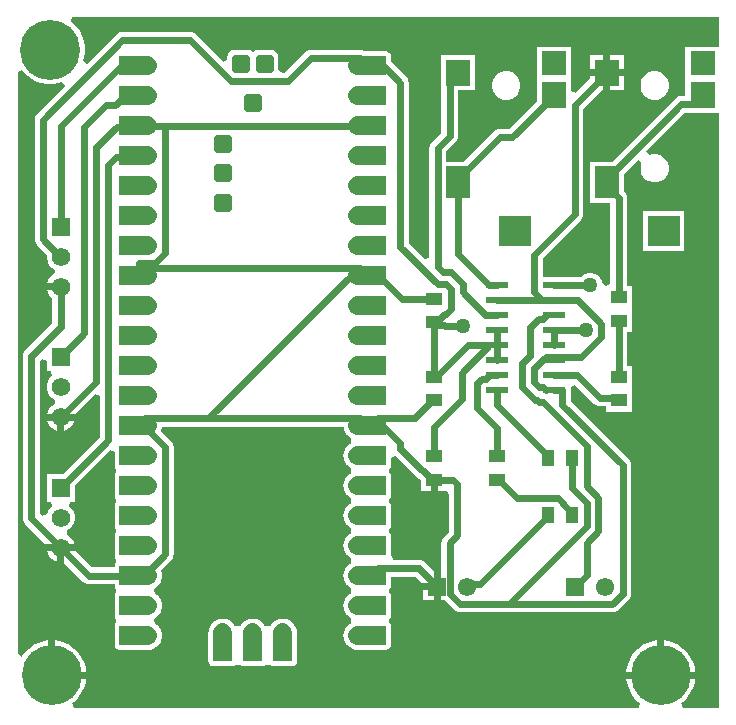
<source format=gtl>
G04*
G04 #@! TF.GenerationSoftware,Altium Limited,Altium Designer,25.8.1 (18)*
G04*
G04 Layer_Physical_Order=1*
G04 Layer_Color=255*
%FSLAX44Y44*%
%MOMM*%
G71*
G04*
G04 #@! TF.SameCoordinates,71B8C197-EE49-42B5-B996-358C315723FC*
G04*
G04*
G04 #@! TF.FilePolarity,Positive*
G04*
G01*
G75*
%ADD17R,1.9812X0.5588*%
%ADD18R,2.5000X1.0000*%
%ADD19R,2.1000X2.2000*%
%ADD20R,1.4000X1.1000*%
%ADD21R,1.1000X1.4000*%
G04:AMPARAMS|DCode=22|XSize=2.5mm|YSize=1mm|CornerRadius=0.125mm|HoleSize=0mm|Usage=FLASHONLY|Rotation=0.000|XOffset=0mm|YOffset=0mm|HoleType=Round|Shape=RoundedRectangle|*
%AMROUNDEDRECTD22*
21,1,2.5000,0.7500,0,0,0.0*
21,1,2.2500,1.0000,0,0,0.0*
1,1,0.2500,1.1250,-0.3750*
1,1,0.2500,-1.1250,-0.3750*
1,1,0.2500,-1.1250,0.3750*
1,1,0.2500,1.1250,0.3750*
%
%ADD22ROUNDEDRECTD22*%
%ADD23R,2.7000X2.6000*%
%ADD24R,2.1000X2.7000*%
%ADD25R,2.1000X2.0000*%
%ADD26R,1.0000X2.5000*%
G04:AMPARAMS|DCode=27|XSize=1.5mm|YSize=1.5mm|CornerRadius=0.225mm|HoleSize=0mm|Usage=FLASHONLY|Rotation=0.000|XOffset=0mm|YOffset=0mm|HoleType=Round|Shape=RoundedRectangle|*
%AMROUNDEDRECTD27*
21,1,1.5000,1.0500,0,0,0.0*
21,1,1.0500,1.5000,0,0,0.0*
1,1,0.4500,0.5250,-0.5250*
1,1,0.4500,-0.5250,-0.5250*
1,1,0.4500,-0.5250,0.5250*
1,1,0.4500,0.5250,0.5250*
%
%ADD27ROUNDEDRECTD27*%
%ADD39C,1.5700*%
%ADD40R,1.5700X1.5700*%
%ADD45C,0.6000*%
%ADD46C,5.0800*%
%ADD47R,1.5500X1.5500*%
%ADD48C,1.5500*%
%ADD49C,1.2700*%
G36*
X655340Y813650D02*
X679340D01*
Y797650D01*
X654287D01*
X652252Y798195D01*
X650428Y799248D01*
X648938Y800738D01*
X647885Y802562D01*
X647340Y804597D01*
Y806703D01*
X647885Y808738D01*
X648938Y810562D01*
X650428Y812052D01*
X652252Y813105D01*
X654287Y813650D01*
X655340Y813650D01*
D02*
G37*
G36*
X480588Y813105D02*
X482412Y812052D01*
X483902Y810562D01*
X484955Y808738D01*
X485500Y806703D01*
Y804597D01*
X484955Y802562D01*
X483902Y800738D01*
X482412Y799248D01*
X480588Y798195D01*
X478553Y797650D01*
X453500D01*
Y813650D01*
X477500D01*
X478553Y813650D01*
X480588Y813105D01*
D02*
G37*
G36*
X655340Y788250D02*
X679340D01*
Y772250D01*
X654287D01*
X652252Y772795D01*
X650428Y773848D01*
X648938Y775338D01*
X647885Y777162D01*
X647340Y779197D01*
Y781303D01*
X647885Y783338D01*
X648938Y785162D01*
X650428Y786652D01*
X652252Y787705D01*
X654287Y788250D01*
X655340Y788250D01*
D02*
G37*
G36*
X480588Y787705D02*
X482412Y786652D01*
X483902Y785162D01*
X484955Y783338D01*
X485500Y781303D01*
Y779197D01*
X484955Y777162D01*
X483902Y775338D01*
X482412Y773848D01*
X480588Y772795D01*
X478553Y772250D01*
X453500D01*
Y788250D01*
X477500D01*
X478553Y788250D01*
X480588Y787705D01*
D02*
G37*
G36*
X655340Y762850D02*
X679340D01*
Y746850D01*
X654287D01*
X652252Y747395D01*
X650428Y748448D01*
X648938Y749938D01*
X647885Y751762D01*
X647340Y753797D01*
Y755903D01*
X647885Y757938D01*
X648938Y759762D01*
X650428Y761252D01*
X652252Y762305D01*
X654287Y762850D01*
X655340Y762850D01*
D02*
G37*
G36*
X480588Y762305D02*
X482412Y761252D01*
X483902Y759762D01*
X484955Y757938D01*
X485500Y755903D01*
Y753797D01*
X484955Y751762D01*
X483902Y749938D01*
X482412Y748448D01*
X480588Y747395D01*
X478553Y746850D01*
X453500D01*
Y762850D01*
X477500D01*
X478553Y762850D01*
X480588Y762305D01*
D02*
G37*
G36*
X655340Y737450D02*
X679340D01*
Y721450D01*
X654287D01*
X652252Y721995D01*
X650428Y723048D01*
X648938Y724538D01*
X647885Y726362D01*
X647340Y728397D01*
Y730503D01*
X647885Y732538D01*
X648938Y734362D01*
X650428Y735852D01*
X652252Y736905D01*
X654287Y737450D01*
X655340Y737450D01*
D02*
G37*
G36*
X480588Y736905D02*
X482412Y735852D01*
X483902Y734362D01*
X484955Y732538D01*
X485500Y730503D01*
Y728397D01*
X484955Y726362D01*
X483902Y724538D01*
X482412Y723048D01*
X480588Y721995D01*
X478553Y721450D01*
X453500D01*
Y737450D01*
X477500D01*
X478553Y737450D01*
X480588Y736905D01*
D02*
G37*
G36*
X655340Y712050D02*
X679340D01*
Y696050D01*
X654287D01*
X652252Y696595D01*
X650428Y697648D01*
X648938Y699138D01*
X647885Y700962D01*
X647340Y702997D01*
Y705103D01*
X647885Y707138D01*
X648938Y708962D01*
X650428Y710452D01*
X652252Y711505D01*
X654287Y712050D01*
X655340Y712050D01*
D02*
G37*
G36*
X480588Y711505D02*
X482412Y710452D01*
X483902Y708962D01*
X484955Y707138D01*
X485500Y705103D01*
Y702997D01*
X484955Y700962D01*
X483902Y699138D01*
X482412Y697648D01*
X480588Y696595D01*
X478553Y696050D01*
X453500D01*
Y712050D01*
X477500D01*
X478553Y712050D01*
X480588Y711505D01*
D02*
G37*
G36*
X655340Y686650D02*
X679340D01*
Y670650D01*
X654287D01*
X652252Y671195D01*
X650428Y672248D01*
X648938Y673738D01*
X647885Y675562D01*
X647340Y677597D01*
Y679703D01*
X647885Y681738D01*
X648938Y683562D01*
X650428Y685052D01*
X652252Y686105D01*
X654287Y686650D01*
X655340Y686650D01*
D02*
G37*
G36*
X480588Y686105D02*
X482412Y685052D01*
X483902Y683562D01*
X484955Y681738D01*
X485500Y679703D01*
Y677597D01*
X484955Y675562D01*
X483902Y673738D01*
X482412Y672248D01*
X480588Y671195D01*
X478553Y670650D01*
X453500D01*
Y686650D01*
X477500D01*
X478553Y686650D01*
X480588Y686105D01*
D02*
G37*
G36*
X655340Y661250D02*
X679340D01*
Y645250D01*
X654287D01*
X652252Y645795D01*
X650428Y646848D01*
X648938Y648338D01*
X647885Y650162D01*
X647340Y652197D01*
Y654303D01*
X647885Y656338D01*
X648938Y658162D01*
X650428Y659652D01*
X652252Y660705D01*
X654287Y661250D01*
X655340Y661250D01*
D02*
G37*
G36*
X480588Y660705D02*
X482412Y659652D01*
X483902Y658162D01*
X484955Y656338D01*
X485500Y654303D01*
Y652197D01*
X484955Y650162D01*
X483902Y648338D01*
X482412Y646848D01*
X480588Y645795D01*
X478553Y645250D01*
X453500D01*
Y661250D01*
X477500D01*
X478553Y661250D01*
X480588Y660705D01*
D02*
G37*
G36*
X655340Y635850D02*
X679340D01*
Y619850D01*
X654287D01*
X652252Y620395D01*
X650428Y621448D01*
X648938Y622938D01*
X647885Y624762D01*
X647340Y626797D01*
Y628903D01*
X647885Y630938D01*
X648938Y632762D01*
X650428Y634252D01*
X652252Y635305D01*
X654287Y635850D01*
X655340Y635850D01*
D02*
G37*
G36*
X480588Y635305D02*
X482412Y634252D01*
X483902Y632762D01*
X484955Y630938D01*
X485500Y628903D01*
Y626797D01*
X484955Y624762D01*
X483902Y622938D01*
X482412Y621448D01*
X480588Y620395D01*
X478553Y619850D01*
X453500D01*
Y635850D01*
X477500D01*
X478553Y635850D01*
X480588Y635305D01*
D02*
G37*
G36*
X961097Y821670D02*
X932780D01*
Y793670D01*
Y779730D01*
X929280D01*
X927453Y779490D01*
X925750Y778784D01*
X924288Y777663D01*
X870795Y724170D01*
X851780D01*
Y689170D01*
X869240D01*
Y620355D01*
X865586Y619376D01*
X862357Y621729D01*
X861815Y623755D01*
X860452Y626115D01*
X858525Y628042D01*
X856165Y629405D01*
X853533Y630110D01*
X850807D01*
X848175Y629405D01*
X845815Y628042D01*
X844593Y626820D01*
X821690D01*
X819863Y626580D01*
X819800Y626554D01*
X811844D01*
Y642580D01*
X844042Y674778D01*
X845164Y676240D01*
X845870Y677943D01*
X846110Y679771D01*
Y769016D01*
X861765Y784670D01*
X863280D01*
Y796670D01*
X851780D01*
Y794655D01*
X839745Y782620D01*
X836050Y784151D01*
Y793670D01*
Y821670D01*
X807050D01*
Y793670D01*
Y775655D01*
X783375Y751980D01*
X775800D01*
X773973Y751740D01*
X772270Y751034D01*
X770808Y749912D01*
X745065Y724170D01*
X730110D01*
Y733046D01*
X738042Y740978D01*
X739165Y742440D01*
X739870Y744143D01*
X740110Y745970D01*
Y784670D01*
X755050D01*
Y814670D01*
X726050D01*
Y792629D01*
X725990Y792170D01*
Y748895D01*
X718058Y740963D01*
X716936Y739501D01*
X716230Y737798D01*
X715990Y735970D01*
Y642970D01*
X712294Y641439D01*
X698546Y655188D01*
Y791135D01*
X698305Y792962D01*
X697600Y794665D01*
X696478Y796127D01*
X683418Y809186D01*
Y813650D01*
X683108Y815211D01*
X682224Y816534D01*
X680901Y817418D01*
X679340Y817728D01*
X661041D01*
X660747Y817954D01*
X659044Y818660D01*
X657216Y818900D01*
X615703D01*
X613875Y818660D01*
X612173Y817954D01*
X610710Y816833D01*
X593418Y799540D01*
X591728D01*
X588142Y802012D01*
Y812512D01*
X587657Y814951D01*
X586275Y817018D01*
X584208Y818400D01*
X581769Y818885D01*
X571269D01*
X568831Y818400D01*
X566763Y817018D01*
X566275D01*
X564208Y818400D01*
X561769Y818885D01*
X551269D01*
X548831Y818400D01*
X546763Y817018D01*
X545382Y814951D01*
X544897Y812512D01*
Y810514D01*
X541201Y808984D01*
X518192Y831992D01*
X516730Y833114D01*
X515027Y833820D01*
X513200Y834060D01*
X456160D01*
X454333Y833820D01*
X452630Y833114D01*
X451168Y831992D01*
X426125Y806950D01*
X422617Y809099D01*
X423646Y812265D01*
X424370Y816836D01*
Y821464D01*
X423646Y826034D01*
X422216Y830436D01*
X420115Y834559D01*
X417395Y838303D01*
X414123Y841575D01*
X412441Y842797D01*
X413741Y846797D01*
X961097D01*
Y821670D01*
D02*
G37*
G36*
X655340Y610450D02*
X679340D01*
Y594450D01*
X654287D01*
X652252Y594995D01*
X650428Y596048D01*
X648938Y597538D01*
X647885Y599362D01*
X647340Y601397D01*
Y603503D01*
X647885Y605538D01*
X648938Y607362D01*
X650428Y608852D01*
X652252Y609905D01*
X654287Y610450D01*
X655340Y610450D01*
D02*
G37*
G36*
X480588Y609905D02*
X482412Y608852D01*
X483902Y607362D01*
X484955Y605538D01*
X485500Y603503D01*
Y601397D01*
X484955Y599362D01*
X483902Y597538D01*
X482412Y596048D01*
X480588Y594995D01*
X478553Y594450D01*
X453500D01*
Y610450D01*
X477500D01*
X478553Y610450D01*
X480588Y609905D01*
D02*
G37*
G36*
X655340Y585050D02*
X679340D01*
Y569050D01*
X654287D01*
X652252Y569595D01*
X650428Y570648D01*
X648938Y572138D01*
X647885Y573962D01*
X647340Y575997D01*
Y578103D01*
X647885Y580138D01*
X648938Y581962D01*
X650428Y583452D01*
X652252Y584505D01*
X654287Y585050D01*
X655340Y585050D01*
D02*
G37*
G36*
X480588Y584505D02*
X482412Y583452D01*
X483902Y581962D01*
X484955Y580138D01*
X485500Y578103D01*
Y575997D01*
X484955Y573962D01*
X483902Y572138D01*
X482412Y570648D01*
X480588Y569595D01*
X478553Y569050D01*
X453500D01*
Y585050D01*
X477500D01*
X478553Y585050D01*
X480588Y584505D01*
D02*
G37*
G36*
X655340Y559650D02*
X679340D01*
Y543650D01*
X654287D01*
X652252Y544195D01*
X650428Y545248D01*
X648938Y546738D01*
X647885Y548562D01*
X647340Y550597D01*
Y552703D01*
X647885Y554738D01*
X648938Y556562D01*
X650428Y558052D01*
X652252Y559105D01*
X654287Y559650D01*
X655340Y559650D01*
D02*
G37*
G36*
X480588Y559105D02*
X482412Y558052D01*
X483902Y556562D01*
X484955Y554738D01*
X485500Y552703D01*
Y550597D01*
X484955Y548562D01*
X483902Y546738D01*
X482412Y545248D01*
X480588Y544195D01*
X478553Y543650D01*
X453500D01*
Y559650D01*
X477500D01*
X478553Y559650D01*
X480588Y559105D01*
D02*
G37*
G36*
X655340Y534250D02*
X679340D01*
Y518250D01*
X654287D01*
X652252Y518795D01*
X650428Y519848D01*
X648938Y521338D01*
X647885Y523162D01*
X647340Y525197D01*
Y527303D01*
X647885Y529338D01*
X648938Y531162D01*
X650428Y532652D01*
X652252Y533705D01*
X654287Y534250D01*
X655340Y534250D01*
D02*
G37*
G36*
X480588Y533705D02*
X482412Y532652D01*
X483902Y531162D01*
X484955Y529338D01*
X485500Y527303D01*
Y525197D01*
X484955Y523162D01*
X483902Y521338D01*
X482412Y519848D01*
X480588Y518795D01*
X478553Y518250D01*
X453500D01*
Y534250D01*
X477500D01*
X478553Y534250D01*
X480588Y533705D01*
D02*
G37*
G36*
X655340Y508850D02*
X679340D01*
Y492850D01*
X654287D01*
X652252Y493395D01*
X650428Y494448D01*
X648938Y495938D01*
X647885Y497762D01*
X647340Y499797D01*
Y501903D01*
X647885Y503938D01*
X648938Y505762D01*
X650428Y507252D01*
X652252Y508305D01*
X654287Y508850D01*
X655340Y508850D01*
D02*
G37*
G36*
X480588Y508305D02*
X482412Y507252D01*
X483902Y505762D01*
X484955Y503938D01*
X485500Y501903D01*
Y499797D01*
X484955Y497762D01*
X483902Y495938D01*
X482412Y494448D01*
X480588Y493395D01*
X478553Y492850D01*
X453500D01*
Y508850D01*
X477500D01*
X478553Y508850D01*
X480588Y508305D01*
D02*
G37*
G36*
X655340Y483450D02*
X679340D01*
Y467450D01*
X654287D01*
X652252Y467995D01*
X650428Y469048D01*
X648938Y470538D01*
X647885Y472362D01*
X647340Y474397D01*
Y476503D01*
X647885Y478538D01*
X648938Y480362D01*
X650428Y481852D01*
X652252Y482905D01*
X654287Y483450D01*
X655340Y483450D01*
D02*
G37*
G36*
X480588Y482905D02*
X482412Y481852D01*
X483902Y480362D01*
X484955Y478538D01*
X485500Y476503D01*
Y474397D01*
X484955Y472362D01*
X483902Y470538D01*
X482412Y469048D01*
X480588Y467995D01*
X478553Y467450D01*
X453500D01*
Y483450D01*
X477500D01*
X478553Y483450D01*
X480588Y482905D01*
D02*
G37*
G36*
X655340Y458050D02*
X679340D01*
Y442050D01*
X654287D01*
X652252Y442595D01*
X650428Y443648D01*
X648938Y445138D01*
X647885Y446962D01*
X647340Y448997D01*
Y451103D01*
X647885Y453138D01*
X648938Y454962D01*
X650428Y456452D01*
X652252Y457505D01*
X654287Y458050D01*
X655340Y458050D01*
D02*
G37*
G36*
X480588Y457505D02*
X482412Y456452D01*
X483902Y454962D01*
X484955Y453138D01*
X485500Y451103D01*
Y448997D01*
X484955Y446962D01*
X483902Y445138D01*
X482412Y443648D01*
X480588Y442595D01*
X478553Y442050D01*
X453500D01*
Y458050D01*
X477500D01*
X478553Y458050D01*
X480588Y457505D01*
D02*
G37*
G36*
X392010Y555705D02*
Y546950D01*
X395629D01*
X396701Y542950D01*
X396584Y542882D01*
X394378Y540676D01*
X392818Y537974D01*
X392010Y534960D01*
Y531840D01*
X392818Y528826D01*
X394378Y526124D01*
X396584Y523918D01*
X398309Y522922D01*
X398705Y521351D01*
Y520049D01*
X398309Y518478D01*
X396584Y517482D01*
X394378Y515276D01*
X392818Y512574D01*
X392396Y511000D01*
X403860D01*
X416845D01*
X433204Y527359D01*
X436900Y525829D01*
Y491334D01*
X405725Y460160D01*
X392010D01*
Y436460D01*
X395629D01*
X396701Y432460D01*
X396584Y432392D01*
X394378Y430186D01*
X392818Y427484D01*
X392420Y426000D01*
X388437Y424567D01*
X386070Y426521D01*
Y555887D01*
X388063Y557466D01*
X392010Y555705D01*
D02*
G37*
G36*
X655340Y432650D02*
X679340D01*
Y416650D01*
X654287D01*
X652252Y417195D01*
X650428Y418248D01*
X648938Y419738D01*
X647885Y421562D01*
X647340Y423597D01*
Y425703D01*
X647885Y427738D01*
X648938Y429562D01*
X650428Y431052D01*
X652252Y432105D01*
X654287Y432650D01*
X655340Y432650D01*
D02*
G37*
G36*
X480588Y432105D02*
X482412Y431052D01*
X483902Y429562D01*
X484955Y427738D01*
X485500Y425703D01*
Y423597D01*
X484955Y421562D01*
X483902Y419738D01*
X482412Y418248D01*
X480588Y417195D01*
X478553Y416650D01*
X453500D01*
Y432650D01*
X477500D01*
X478553Y432650D01*
X480588Y432105D01*
D02*
G37*
G36*
X655340Y407250D02*
X679340D01*
Y391250D01*
X654287D01*
X652252Y391795D01*
X650428Y392848D01*
X648938Y394338D01*
X647885Y396162D01*
X647340Y398197D01*
Y400303D01*
X647885Y402338D01*
X648938Y404162D01*
X650428Y405652D01*
X652252Y406705D01*
X654287Y407250D01*
X655340Y407250D01*
D02*
G37*
G36*
X480588Y406705D02*
X482412Y405652D01*
X483902Y404162D01*
X484955Y402338D01*
X485500Y400303D01*
Y398197D01*
X484955Y396162D01*
X483902Y394338D01*
X482412Y392848D01*
X480588Y391795D01*
X478553Y391250D01*
X453500D01*
Y407250D01*
X477500D01*
X478553Y407250D01*
X480588Y406705D01*
D02*
G37*
G36*
X655340Y381850D02*
X679340D01*
Y365850D01*
X654287D01*
X652252Y366395D01*
X650428Y367448D01*
X648938Y368938D01*
X647885Y370762D01*
X647340Y372797D01*
Y374903D01*
X647885Y376938D01*
X648938Y378762D01*
X650428Y380252D01*
X652252Y381305D01*
X654287Y381850D01*
X655340Y381850D01*
D02*
G37*
G36*
X480588Y381305D02*
X482412Y380252D01*
X483902Y378762D01*
X484955Y376938D01*
X485500Y374903D01*
Y372797D01*
X484955Y370762D01*
X483902Y368938D01*
X482412Y367448D01*
X480588Y366395D01*
X478553Y365850D01*
X453500D01*
Y381850D01*
X477500D01*
X478553Y381850D01*
X480588Y381305D01*
D02*
G37*
G36*
X655340Y356450D02*
X679340D01*
Y340450D01*
X654287D01*
X652252Y340995D01*
X650428Y342048D01*
X648938Y343538D01*
X647885Y345362D01*
X647340Y347397D01*
Y349503D01*
X647885Y351538D01*
X648938Y353362D01*
X650428Y354852D01*
X652252Y355905D01*
X654287Y356450D01*
X655340Y356450D01*
D02*
G37*
G36*
X480588Y355905D02*
X482412Y354852D01*
X483902Y353362D01*
X484955Y351538D01*
X485500Y349503D01*
Y347397D01*
X484955Y345362D01*
X483902Y343538D01*
X482412Y342048D01*
X480588Y340995D01*
X478553Y340450D01*
X453500D01*
Y356450D01*
X477500D01*
X478553Y356450D01*
X480588Y355905D01*
D02*
G37*
G36*
X655340Y331050D02*
X679340D01*
Y315050D01*
X654287D01*
X652252Y315595D01*
X650428Y316648D01*
X648938Y318138D01*
X647885Y319962D01*
X647340Y321997D01*
Y324103D01*
X647885Y326138D01*
X648938Y327962D01*
X650428Y329452D01*
X652252Y330505D01*
X654287Y331050D01*
X655340Y331050D01*
D02*
G37*
G36*
X480588Y330505D02*
X482412Y329452D01*
X483902Y327962D01*
X484955Y326138D01*
X485500Y324103D01*
Y321997D01*
X484955Y319962D01*
X483902Y318138D01*
X482412Y316648D01*
X480588Y315595D01*
X478553Y315050D01*
X453500D01*
Y331050D01*
X477500D01*
X478553Y331050D01*
X480588Y330505D01*
D02*
G37*
G36*
X372545Y799997D02*
X375817Y796725D01*
X379561Y794005D01*
X383684Y791904D01*
X388086Y790474D01*
X392656Y789750D01*
X397284D01*
X401855Y790474D01*
X405021Y791503D01*
X407170Y787995D01*
X384018Y764843D01*
X382896Y763380D01*
X382190Y761677D01*
X381950Y759850D01*
Y658540D01*
X382190Y656713D01*
X382896Y655010D01*
X384018Y653548D01*
X392032Y645533D01*
X392010Y645450D01*
Y642330D01*
X392818Y639316D01*
X394378Y636614D01*
X396584Y634408D01*
X398309Y633412D01*
X398705Y631841D01*
Y630539D01*
X398309Y628968D01*
X396584Y627972D01*
X394378Y625766D01*
X392818Y623064D01*
X392396Y621490D01*
X403860D01*
Y615490D01*
X392396D01*
X392818Y613916D01*
X394378Y611214D01*
X396584Y609008D01*
X396800Y608883D01*
Y587324D01*
X374018Y564542D01*
X372896Y563080D01*
X372190Y561377D01*
X371950Y559549D01*
Y422360D01*
X372190Y420533D01*
X372896Y418830D01*
X374018Y417368D01*
X390875Y400510D01*
X403860D01*
X415324D01*
X414902Y402084D01*
X413342Y404786D01*
X411136Y406992D01*
X409411Y407988D01*
X409015Y409559D01*
Y410861D01*
X409411Y412432D01*
X411136Y413428D01*
X413342Y415634D01*
X414902Y418336D01*
X415710Y421350D01*
Y424470D01*
X414902Y427484D01*
X413342Y430186D01*
X411136Y432392D01*
X411019Y432460D01*
X412091Y436460D01*
X415710D01*
Y450175D01*
X445422Y479887D01*
X449422Y478230D01*
Y467450D01*
X449732Y465889D01*
X450241Y465128D01*
X450616Y464397D01*
Y461104D01*
X450241Y460372D01*
X449732Y459611D01*
X449422Y458050D01*
Y442050D01*
X449732Y440489D01*
X450241Y439728D01*
X450616Y438997D01*
Y435704D01*
X450241Y434972D01*
X449732Y434211D01*
X449422Y432650D01*
Y416650D01*
X449732Y415089D01*
X450241Y414328D01*
X450616Y413596D01*
Y410303D01*
X450241Y409572D01*
X449732Y408811D01*
X449422Y407250D01*
Y391250D01*
X449732Y389689D01*
X450241Y388928D01*
X450616Y388196D01*
Y384903D01*
X450241Y384172D01*
X449732Y383411D01*
X449422Y381850D01*
Y380750D01*
X430605D01*
X416845Y394510D01*
X406860D01*
Y384525D01*
X422687Y368698D01*
X424150Y367575D01*
X425853Y366870D01*
X427680Y366630D01*
X449422D01*
Y365850D01*
X449732Y364289D01*
X450170Y363634D01*
X450616Y362772D01*
Y359527D01*
X450170Y358666D01*
X449732Y358011D01*
X449422Y356450D01*
Y340450D01*
X449732Y338889D01*
X450170Y338234D01*
X450616Y337373D01*
Y334127D01*
X450170Y333266D01*
X449732Y332611D01*
X449422Y331050D01*
Y315050D01*
X449732Y313489D01*
X450616Y312166D01*
X451939Y311282D01*
X453500Y310972D01*
X478553D01*
X479076Y311076D01*
X479609Y311111D01*
X481643Y311656D01*
X482122Y311892D01*
X482627Y312063D01*
X484451Y313116D01*
X484852Y313468D01*
X485296Y313764D01*
X486785Y315254D01*
X487082Y315698D01*
X487434Y316099D01*
X488487Y317923D01*
X488658Y318428D01*
X488894Y318906D01*
X489439Y320941D01*
X489474Y321474D01*
X489578Y321997D01*
Y324103D01*
X489474Y324627D01*
X489439Y325159D01*
X488894Y327193D01*
X488658Y327672D01*
X488487Y328177D01*
X487434Y330001D01*
X487082Y330402D01*
X486785Y330846D01*
X485296Y332335D01*
X484852Y332632D01*
X484451Y332984D01*
X483520Y333521D01*
X483471Y333654D01*
X483051Y335547D01*
Y335953D01*
X483471Y337846D01*
X483520Y337979D01*
X484451Y338516D01*
X484852Y338868D01*
X485296Y339165D01*
X486785Y340654D01*
X487082Y341098D01*
X487434Y341499D01*
X488487Y343323D01*
X488658Y343828D01*
X488894Y344306D01*
X489439Y346341D01*
X489474Y346874D01*
X489578Y347397D01*
Y349503D01*
X489474Y350027D01*
X489439Y350559D01*
X488894Y352593D01*
X488658Y353072D01*
X488487Y353577D01*
X487434Y355401D01*
X487082Y355802D01*
X486785Y356246D01*
X485296Y357735D01*
X484852Y358032D01*
X484451Y358384D01*
X483520Y358921D01*
X483471Y359054D01*
X483051Y360947D01*
Y361353D01*
X483471Y363246D01*
X483520Y363379D01*
X484451Y363916D01*
X484852Y364268D01*
X485296Y364565D01*
X486785Y366054D01*
X487082Y366498D01*
X487434Y366899D01*
X488487Y368723D01*
X488658Y369228D01*
X488894Y369706D01*
X489439Y371741D01*
X489474Y372273D01*
X489578Y372797D01*
Y374903D01*
X489474Y375426D01*
X489439Y375959D01*
X488894Y377994D01*
X488866Y378051D01*
X497492Y386678D01*
X498615Y388140D01*
X499320Y389843D01*
X499560Y391670D01*
Y482710D01*
X499320Y484537D01*
X498615Y486240D01*
X497492Y487702D01*
X488959Y496236D01*
X489859Y499980D01*
X643262D01*
Y499797D01*
X643366Y499274D01*
X643401Y498741D01*
X643946Y496707D01*
X644182Y496228D01*
X644353Y495723D01*
X645406Y493899D01*
X645758Y493498D01*
X646055Y493054D01*
X647544Y491564D01*
X647988Y491268D01*
X648389Y490916D01*
X649320Y490379D01*
X649369Y490246D01*
X649789Y488353D01*
Y487947D01*
X649369Y486054D01*
X649320Y485921D01*
X648389Y485384D01*
X647988Y485032D01*
X647544Y484735D01*
X646055Y483246D01*
X645758Y482802D01*
X645406Y482401D01*
X644353Y480577D01*
X644182Y480072D01*
X643946Y479593D01*
X643401Y477559D01*
X643366Y477026D01*
X643262Y476503D01*
Y474397D01*
X643366Y473874D01*
X643401Y473341D01*
X643946Y471307D01*
X644182Y470828D01*
X644353Y470323D01*
X645406Y468499D01*
X645758Y468098D01*
X646055Y467654D01*
X647544Y466165D01*
X647988Y465868D01*
X648389Y465516D01*
X649320Y464979D01*
X649369Y464846D01*
X649789Y462953D01*
Y462547D01*
X649369Y460654D01*
X649320Y460521D01*
X648389Y459984D01*
X647988Y459632D01*
X647544Y459335D01*
X646055Y457846D01*
X645758Y457402D01*
X645406Y457001D01*
X644353Y455177D01*
X644182Y454672D01*
X643946Y454193D01*
X643401Y452159D01*
X643366Y451626D01*
X643262Y451103D01*
Y448997D01*
X643366Y448474D01*
X643401Y447941D01*
X643946Y445907D01*
X644182Y445428D01*
X644353Y444923D01*
X645406Y443099D01*
X645758Y442698D01*
X646055Y442254D01*
X647544Y440765D01*
X647988Y440468D01*
X648389Y440116D01*
X649320Y439579D01*
X649369Y439446D01*
X649789Y437553D01*
Y437147D01*
X649369Y435254D01*
X649320Y435121D01*
X648389Y434584D01*
X647988Y434232D01*
X647544Y433935D01*
X646055Y432446D01*
X645758Y432002D01*
X645406Y431601D01*
X644353Y429777D01*
X644182Y429272D01*
X643946Y428793D01*
X643401Y426759D01*
X643366Y426226D01*
X643262Y425703D01*
Y423597D01*
X643366Y423074D01*
X643401Y422541D01*
X643946Y420507D01*
X644182Y420028D01*
X644353Y419523D01*
X645406Y417699D01*
X645758Y417298D01*
X646055Y416854D01*
X647544Y415364D01*
X647988Y415068D01*
X648389Y414716D01*
X649320Y414179D01*
X649369Y414046D01*
X649789Y412153D01*
Y411747D01*
X649369Y409854D01*
X649320Y409721D01*
X648389Y409184D01*
X647988Y408832D01*
X647544Y408535D01*
X646055Y407046D01*
X645758Y406602D01*
X645406Y406201D01*
X644353Y404377D01*
X644182Y403872D01*
X643946Y403393D01*
X643401Y401359D01*
X643366Y400826D01*
X643262Y400303D01*
Y398197D01*
X643366Y397674D01*
X643401Y397141D01*
X643946Y395107D01*
X644182Y394628D01*
X644353Y394123D01*
X645406Y392299D01*
X645758Y391898D01*
X646055Y391454D01*
X647544Y389964D01*
X647988Y389668D01*
X648389Y389316D01*
X649320Y388779D01*
X649369Y388646D01*
X649789Y386753D01*
Y386347D01*
X649369Y384454D01*
X649320Y384321D01*
X648389Y383784D01*
X647988Y383432D01*
X647544Y383135D01*
X646055Y381646D01*
X645758Y381202D01*
X645406Y380801D01*
X644353Y378977D01*
X644182Y378472D01*
X643946Y377993D01*
X643401Y375959D01*
X643366Y375426D01*
X643262Y374903D01*
Y372797D01*
X643366Y372274D01*
X643401Y371741D01*
X643946Y369707D01*
X644182Y369228D01*
X644353Y368723D01*
X645406Y366899D01*
X645758Y366498D01*
X646055Y366054D01*
X647544Y364565D01*
X647988Y364268D01*
X648389Y363916D01*
X649320Y363379D01*
X649369Y363246D01*
X649789Y361353D01*
Y360947D01*
X649369Y359054D01*
X649320Y358921D01*
X648389Y358384D01*
X647988Y358032D01*
X647544Y357735D01*
X646055Y356246D01*
X645758Y355802D01*
X645406Y355401D01*
X644353Y353577D01*
X644182Y353072D01*
X643946Y352593D01*
X643401Y350559D01*
X643366Y350026D01*
X643262Y349503D01*
Y347397D01*
X643366Y346874D01*
X643401Y346341D01*
X643946Y344307D01*
X644182Y343828D01*
X644353Y343323D01*
X645406Y341499D01*
X645758Y341098D01*
X646055Y340654D01*
X647544Y339165D01*
X647988Y338868D01*
X648389Y338516D01*
X649320Y337979D01*
X649369Y337846D01*
X649789Y335953D01*
Y335547D01*
X649369Y333654D01*
X649320Y333521D01*
X648389Y332984D01*
X647988Y332632D01*
X647544Y332335D01*
X646055Y330846D01*
X645758Y330402D01*
X645406Y330001D01*
X644353Y328177D01*
X644182Y327672D01*
X643946Y327193D01*
X643401Y325159D01*
X643366Y324626D01*
X643262Y324103D01*
Y321997D01*
X643366Y321474D01*
X643401Y320941D01*
X643946Y318907D01*
X644182Y318428D01*
X644353Y317923D01*
X645406Y316099D01*
X645758Y315698D01*
X646055Y315254D01*
X647544Y313764D01*
X647988Y313468D01*
X648389Y313116D01*
X650213Y312063D01*
X650718Y311892D01*
X651197Y311656D01*
X653231Y311111D01*
X653764Y311076D01*
X654287Y310972D01*
X679340D01*
X680901Y311282D01*
X682224Y312166D01*
X683108Y313489D01*
X683418Y315050D01*
Y331050D01*
X683108Y332611D01*
X682670Y333266D01*
X682224Y334127D01*
Y337373D01*
X682670Y338234D01*
X683108Y338889D01*
X683418Y340450D01*
Y356450D01*
X683108Y358011D01*
X682670Y358666D01*
X682224Y359527D01*
Y362772D01*
X682670Y363634D01*
X683108Y364289D01*
X683418Y365850D01*
Y372980D01*
X704156D01*
X709645Y367490D01*
X719630D01*
Y377475D01*
X712072Y385033D01*
X710610Y386155D01*
X708907Y386860D01*
X707080Y387100D01*
X686189D01*
X685440Y387730D01*
X683389Y391100D01*
X683418Y391250D01*
Y407250D01*
X683108Y408811D01*
X682670Y409466D01*
X682224Y410327D01*
Y413573D01*
X682670Y414434D01*
X683108Y415089D01*
X683418Y416650D01*
Y432650D01*
X683108Y434211D01*
X682670Y434866D01*
X682224Y435727D01*
Y438973D01*
X682670Y439834D01*
X683108Y440489D01*
X683418Y442050D01*
Y458050D01*
X683108Y459611D01*
X682670Y460266D01*
X682224Y461127D01*
Y464372D01*
X682670Y465234D01*
X683108Y465889D01*
X683418Y467450D01*
Y473541D01*
X683951Y473973D01*
X687418Y475107D01*
X705198Y457328D01*
X706660Y456205D01*
X707615Y455810D01*
X709090Y454335D01*
Y445320D01*
X717090D01*
Y454820D01*
X723090D01*
Y445320D01*
X731090D01*
X732544Y441922D01*
Y410915D01*
X728288Y406658D01*
X727166Y405196D01*
X726460Y403493D01*
X726220Y401665D01*
Y376240D01*
X725630D01*
Y364490D01*
Y352740D01*
X728935D01*
X736928Y344748D01*
X738390Y343626D01*
X740093Y342920D01*
X741920Y342680D01*
X870980D01*
X872807Y342920D01*
X874510Y343626D01*
X875972Y344748D01*
X884612Y353388D01*
X885734Y354850D01*
X886440Y356553D01*
X886680Y358380D01*
Y467402D01*
X886440Y469229D01*
X885734Y470932D01*
X884612Y472394D01*
X835656Y521350D01*
Y530654D01*
X835596Y531113D01*
Y533305D01*
X839596Y534962D01*
X855308Y519251D01*
X856770Y518129D01*
X858473Y517423D01*
X860300Y517183D01*
X865300D01*
Y512630D01*
X887300D01*
Y531630D01*
X887300D01*
Y532630D01*
X887300D01*
Y551630D01*
X883360D01*
Y579940D01*
X887300D01*
Y595940D01*
X887300Y598940D01*
X887300Y602940D01*
Y618940D01*
X883360D01*
Y693650D01*
X883120Y695477D01*
X882414Y697180D01*
X881292Y698643D01*
X880780Y699155D01*
Y714185D01*
X892458Y725863D01*
X895658Y723407D01*
X895598Y723302D01*
X894780Y720250D01*
Y717090D01*
X895598Y714038D01*
X897178Y711302D01*
X899412Y709068D01*
X902148Y707488D01*
X905200Y706670D01*
X908360D01*
X911412Y707488D01*
X914148Y709068D01*
X916382Y711302D01*
X917962Y714038D01*
X918780Y717090D01*
Y720250D01*
X917962Y723302D01*
X916382Y726038D01*
X914148Y728272D01*
X911412Y729852D01*
X908360Y730670D01*
X905200D01*
X902148Y729852D01*
X902044Y729792D01*
X899587Y732992D01*
X932205Y765610D01*
X939780D01*
X940239Y765670D01*
X961097D01*
Y261913D01*
X930631D01*
X929331Y265913D01*
X931013Y267135D01*
X934285Y270407D01*
X937005Y274151D01*
X939106Y278274D01*
X940536Y282675D01*
X941151Y286560D01*
X882569D01*
X883184Y282675D01*
X884614Y278274D01*
X886715Y274151D01*
X889435Y270407D01*
X892707Y267135D01*
X894389Y265913D01*
X893089Y261913D01*
X415011D01*
X413711Y265913D01*
X415393Y267135D01*
X418665Y270407D01*
X421385Y274151D01*
X423486Y278274D01*
X424916Y282675D01*
X425531Y286560D01*
X396240D01*
Y289560D01*
X393240D01*
Y318851D01*
X389356Y318236D01*
X384954Y316806D01*
X380831Y314705D01*
X377087Y311985D01*
X373815Y308713D01*
X371323Y305283D01*
X370861Y305261D01*
X367323Y307672D01*
Y800379D01*
X371323Y801679D01*
X372545Y799997D01*
D02*
G37*
%LPC*%
G36*
X880780Y814670D02*
X869280D01*
Y802670D01*
X880780D01*
Y814670D01*
D02*
G37*
G36*
X863280D02*
X851780D01*
Y802670D01*
X863280D01*
Y814670D01*
D02*
G37*
G36*
X880780Y796670D02*
X869280D01*
Y784670D01*
X880780D01*
Y796670D01*
D02*
G37*
G36*
X908360Y800670D02*
X905200D01*
X902148Y799852D01*
X899412Y798272D01*
X897178Y796038D01*
X895598Y793302D01*
X894780Y790250D01*
Y787090D01*
X895598Y784038D01*
X897178Y781302D01*
X899412Y779068D01*
X902148Y777488D01*
X905200Y776670D01*
X908360D01*
X911412Y777488D01*
X914148Y779068D01*
X916382Y781302D01*
X917962Y784038D01*
X918780Y787090D01*
Y790250D01*
X917962Y793302D01*
X916382Y796038D01*
X914148Y798272D01*
X911412Y799852D01*
X908360Y800670D01*
D02*
G37*
G36*
X782630D02*
X779470D01*
X776418Y799852D01*
X773682Y798272D01*
X771448Y796038D01*
X769868Y793302D01*
X769050Y790250D01*
Y787090D01*
X769868Y784038D01*
X771448Y781302D01*
X773682Y779068D01*
X776418Y777488D01*
X779470Y776670D01*
X782630D01*
X785682Y777488D01*
X788418Y779068D01*
X790652Y781302D01*
X792232Y784038D01*
X793050Y787090D01*
Y790250D01*
X792232Y793302D01*
X790652Y796038D01*
X788418Y798272D01*
X785682Y799852D01*
X782630Y800670D01*
D02*
G37*
G36*
X415324Y505000D02*
X406860D01*
Y496536D01*
X408434Y496958D01*
X411136Y498518D01*
X413342Y500724D01*
X414902Y503426D01*
X415324Y505000D01*
D02*
G37*
G36*
X400860D02*
X392396D01*
X392818Y503426D01*
X394378Y500724D01*
X396584Y498518D01*
X399286Y496958D01*
X400860Y496536D01*
Y505000D01*
D02*
G37*
G36*
X931780Y682670D02*
X896780D01*
Y648670D01*
X931780D01*
Y682670D01*
D02*
G37*
G36*
X400860Y394510D02*
X392396D01*
X392818Y392936D01*
X394378Y390234D01*
X396584Y388028D01*
X399286Y386468D01*
X400860Y386046D01*
Y394510D01*
D02*
G37*
G36*
X719630Y361490D02*
X710880D01*
Y352740D01*
X719630D01*
Y361490D01*
D02*
G37*
G36*
X592873Y337428D02*
X590767D01*
X590243Y337324D01*
X589711Y337289D01*
X587677Y336744D01*
X587198Y336508D01*
X586693Y336337D01*
X584869Y335284D01*
X584468Y334932D01*
X584024Y334635D01*
X582534Y333146D01*
X582238Y332702D01*
X581886Y332301D01*
X581349Y331370D01*
X581216Y331321D01*
X579323Y330901D01*
X578917D01*
X577024Y331321D01*
X576891Y331370D01*
X576353Y332301D01*
X576002Y332702D01*
X575705Y333146D01*
X574216Y334635D01*
X573772Y334932D01*
X573371Y335284D01*
X571547Y336337D01*
X571042Y336508D01*
X570564Y336744D01*
X568529Y337289D01*
X567996Y337324D01*
X567473Y337428D01*
X565367D01*
X564843Y337324D01*
X564311Y337289D01*
X562276Y336744D01*
X561798Y336508D01*
X561293Y336337D01*
X559469Y335284D01*
X559068Y334932D01*
X558624Y334635D01*
X557135Y333146D01*
X556838Y332702D01*
X556486Y332301D01*
X555949Y331370D01*
X555816Y331321D01*
X553923Y330901D01*
X553517D01*
X551624Y331321D01*
X551491Y331370D01*
X550953Y332301D01*
X550602Y332702D01*
X550305Y333146D01*
X548816Y334635D01*
X548372Y334932D01*
X547971Y335284D01*
X546147Y336337D01*
X545642Y336508D01*
X545163Y336744D01*
X543129Y337289D01*
X542597Y337324D01*
X542073Y337428D01*
X539967D01*
X539443Y337324D01*
X538911Y337289D01*
X536876Y336744D01*
X536398Y336508D01*
X535893Y336337D01*
X534069Y335284D01*
X533668Y334932D01*
X533224Y334635D01*
X531735Y333146D01*
X531438Y332702D01*
X531086Y332301D01*
X530033Y330477D01*
X529862Y329972D01*
X529626Y329493D01*
X529081Y327459D01*
X529046Y326926D01*
X528942Y326403D01*
X528942Y325350D01*
Y301350D01*
X529252Y299789D01*
X530136Y298466D01*
X531459Y297582D01*
X533020Y297272D01*
X549020D01*
X550581Y297582D01*
X551236Y298020D01*
X552097Y298466D01*
X555342D01*
X556204Y298020D01*
X556859Y297582D01*
X558420Y297272D01*
X574420D01*
X575981Y297582D01*
X576636Y298020D01*
X577497Y298466D01*
X580742D01*
X581604Y298020D01*
X582259Y297582D01*
X583820Y297272D01*
X599820D01*
X601381Y297582D01*
X602704Y298466D01*
X603588Y299789D01*
X603898Y301350D01*
Y326403D01*
X603794Y326926D01*
X603759Y327459D01*
X603214Y329493D01*
X602978Y329972D01*
X602807Y330477D01*
X601754Y332301D01*
X601402Y332702D01*
X601105Y333146D01*
X599616Y334635D01*
X599172Y334932D01*
X598771Y335284D01*
X596947Y336337D01*
X596442Y336508D01*
X595964Y336744D01*
X593929Y337289D01*
X593396Y337324D01*
X592873Y337428D01*
D02*
G37*
G36*
X914860Y318851D02*
Y292560D01*
X941151D01*
X940536Y296444D01*
X939106Y300846D01*
X937005Y304969D01*
X934285Y308713D01*
X931013Y311985D01*
X927269Y314705D01*
X923146Y316806D01*
X918745Y318236D01*
X914860Y318851D01*
D02*
G37*
G36*
X908860D02*
X904976Y318236D01*
X900574Y316806D01*
X896451Y314705D01*
X892707Y311985D01*
X889435Y308713D01*
X886715Y304969D01*
X884614Y300846D01*
X883184Y296444D01*
X882569Y292560D01*
X908860D01*
Y318851D01*
D02*
G37*
G36*
X399240D02*
Y292560D01*
X425531D01*
X424916Y296444D01*
X423486Y300846D01*
X421385Y304969D01*
X418665Y308713D01*
X415393Y311985D01*
X411649Y314705D01*
X407526Y316806D01*
X403125Y318236D01*
X399240Y318851D01*
D02*
G37*
%LPD*%
G36*
X594908Y332805D02*
X596732Y331752D01*
X598222Y330262D01*
X599275Y328438D01*
X599820Y326403D01*
Y325350D01*
Y301350D01*
X583820D01*
Y325350D01*
X583820Y326403D01*
X584365Y328438D01*
X585418Y330262D01*
X586908Y331752D01*
X588732Y332805D01*
X590767Y333350D01*
X592873D01*
X594908Y332805D01*
D02*
G37*
G36*
X569508D02*
X571332Y331752D01*
X572822Y330262D01*
X573875Y328438D01*
X574420Y326403D01*
Y325350D01*
Y301350D01*
X558420D01*
Y325350D01*
X558420Y326403D01*
X558965Y328438D01*
X560018Y330262D01*
X561508Y331752D01*
X563332Y332805D01*
X565367Y333350D01*
X567473D01*
X569508Y332805D01*
D02*
G37*
G36*
X544108D02*
X545932Y331752D01*
X547422Y330262D01*
X548475Y328438D01*
X549020Y326403D01*
Y325350D01*
Y301350D01*
X533020D01*
Y325350D01*
X533020Y326403D01*
X533565Y328438D01*
X534618Y330262D01*
X536108Y331752D01*
X537932Y332805D01*
X539967Y333350D01*
X542073D01*
X544108Y332805D01*
D02*
G37*
D17*
X773430Y619760D02*
D03*
Y607060D02*
D03*
Y594360D02*
D03*
Y581660D02*
D03*
Y568960D02*
D03*
Y556260D02*
D03*
Y543560D02*
D03*
Y530860D02*
D03*
X821690D02*
D03*
Y543560D02*
D03*
Y556260D02*
D03*
Y568960D02*
D03*
Y581660D02*
D03*
Y594360D02*
D03*
Y607060D02*
D03*
Y619760D02*
D03*
D18*
X467020Y729290D02*
D03*
X665820Y627690D02*
D03*
Y754690D02*
D03*
Y500690D02*
D03*
Y373690D02*
D03*
X467020Y627690D02*
D03*
Y373690D02*
D03*
Y500690D02*
D03*
X665820Y805490D02*
D03*
X467020Y780090D02*
D03*
Y805490D02*
D03*
Y322890D02*
D03*
Y348290D02*
D03*
Y399090D02*
D03*
Y424490D02*
D03*
Y449890D02*
D03*
Y475290D02*
D03*
Y526090D02*
D03*
Y551490D02*
D03*
Y576890D02*
D03*
Y602290D02*
D03*
Y653090D02*
D03*
Y678490D02*
D03*
Y703890D02*
D03*
X665820Y780090D02*
D03*
Y729290D02*
D03*
Y703890D02*
D03*
Y678490D02*
D03*
Y653090D02*
D03*
Y602290D02*
D03*
Y576890D02*
D03*
Y551490D02*
D03*
Y526090D02*
D03*
Y475290D02*
D03*
Y449890D02*
D03*
Y424490D02*
D03*
Y399090D02*
D03*
Y348290D02*
D03*
Y322890D02*
D03*
D19*
X866280Y799670D02*
D03*
X947280Y780670D02*
D03*
X740550Y799670D02*
D03*
X821550Y780670D02*
D03*
D20*
X720090Y608170D02*
D03*
Y454820D02*
D03*
Y522130D02*
D03*
Y588170D02*
D03*
Y542130D02*
D03*
Y474820D02*
D03*
X876300Y589440D02*
D03*
Y609440D02*
D03*
Y542130D02*
D03*
Y522130D02*
D03*
X773430Y454980D02*
D03*
Y474980D02*
D03*
D21*
X836770Y473710D02*
D03*
X816610Y425450D02*
D03*
X836610D02*
D03*
X816770Y473710D02*
D03*
D22*
X469520Y754690D02*
D03*
D23*
X914280Y665670D02*
D03*
X788550D02*
D03*
D24*
X866280Y706670D02*
D03*
X740550D02*
D03*
D25*
X947280Y807670D02*
D03*
X821550D02*
D03*
D26*
X591820Y314690D02*
D03*
X566420D02*
D03*
X541020D02*
D03*
D27*
X556519Y807262D02*
D03*
X576519D02*
D03*
X566519Y774262D02*
D03*
X541519Y739262D02*
D03*
Y714262D02*
D03*
Y689262D02*
D03*
D39*
X403860Y508000D02*
D03*
Y533400D02*
D03*
Y422910D02*
D03*
Y397510D02*
D03*
Y643890D02*
D03*
Y618490D02*
D03*
D40*
Y558800D02*
D03*
Y448310D02*
D03*
Y669290D02*
D03*
D45*
X720090Y542130D02*
Y588170D01*
X443960Y488410D02*
Y721809D01*
X403860Y448310D02*
X443960Y488410D01*
X471980Y634040D02*
X657216D01*
X469520Y500690D02*
X474520D01*
X672340Y502690D02*
Y507040D01*
X403860Y584399D02*
Y618490D01*
X379010Y422360D02*
X403860Y397510D01*
X379010Y559549D02*
X403860Y584399D01*
X379010Y422360D02*
Y559549D01*
X469520Y634040D02*
X470500Y635020D01*
X403860Y397510D02*
X427680Y373690D01*
X423960Y578900D02*
Y753420D01*
X433960Y538100D02*
Y736700D01*
X783299Y349740D02*
X870980D01*
X879620Y358380D01*
Y467402D01*
X828596Y518426D02*
X879620Y467402D01*
X828596Y518426D02*
Y530654D01*
X828390Y530860D02*
X828596Y530654D01*
X821690Y530860D02*
X828390D01*
X672340Y507040D02*
X703500D01*
X814491Y558960D02*
X844540D01*
X773430Y607060D02*
X821690D01*
X720090Y499730D02*
X743307Y522948D01*
Y545537D01*
X756524Y515470D02*
Y536553D01*
X773430Y474980D02*
Y498564D01*
X756524Y515470D02*
X773430Y498564D01*
X763824Y540654D02*
X766730Y543560D01*
X773430D01*
X673320Y805490D02*
X675225Y807395D01*
X691485Y652263D02*
Y791135D01*
X675225Y807395D02*
X691485Y791135D01*
Y652263D02*
X723078Y620670D01*
X663320Y627690D02*
X673320D01*
X692840Y608170D01*
X720090D01*
X744090Y613801D02*
X763325Y594566D01*
X729989Y620670D02*
X734090Y616570D01*
Y599771D02*
Y616570D01*
X744090Y613801D02*
Y620712D01*
X727221Y630670D02*
X734132D01*
X720090Y588170D02*
X721590D01*
X728948Y595528D02*
X729847D01*
X723078Y620670D02*
X729989D01*
X723050Y634841D02*
X727221Y630670D01*
X734132D02*
X744090Y620712D01*
X721590Y588170D02*
X728948Y595528D01*
X729847D02*
X734090Y599771D01*
X723050Y634841D02*
Y735970D01*
X733050Y745970D01*
X740550Y645940D02*
Y706670D01*
X733050Y792170D02*
X740550Y799670D01*
X733050Y745970D02*
Y792170D01*
X773224Y594566D02*
X773430Y594360D01*
X763325Y594566D02*
X773224D01*
X720090Y454820D02*
X720120Y454790D01*
X736090D01*
X739605Y451275D01*
Y407990D02*
Y451275D01*
X733280Y401665D02*
X739605Y407990D01*
X733280Y358380D02*
Y401665D01*
Y358380D02*
X741920Y349740D01*
X783299D01*
X849110Y415550D01*
Y435350D01*
X836770Y447690D02*
X849110Y435350D01*
X836770Y447690D02*
Y473710D01*
X849270Y374290D02*
Y401568D01*
Y449332D02*
Y483610D01*
Y401568D02*
X859110Y411408D01*
Y439492D01*
X849270Y449332D02*
X859110Y439492D01*
X773430Y454980D02*
X774930D01*
X790330Y439580D02*
X824880D01*
X774930Y454980D02*
X790330Y439580D01*
X801370Y559982D02*
Y583940D01*
X794784Y533724D02*
X805776Y522732D01*
X794784Y533724D02*
Y553396D01*
X801370Y559982D01*
X773430Y518550D02*
Y530860D01*
Y518550D02*
X816770Y475210D01*
X808885Y591454D02*
X812084D01*
X801370Y583940D02*
X808885Y591454D01*
X812084D02*
X814784Y594154D01*
X804784Y537867D02*
X808885Y533766D01*
X804784Y549254D02*
X814491Y558960D01*
X804784Y537867D02*
Y549254D01*
X808885Y533766D02*
X812084D01*
X821690Y607060D02*
X841840D01*
X812084Y533766D02*
X814784Y531066D01*
X805776Y522732D02*
X807218D01*
X808885Y521066D01*
X811814D01*
X849270Y483610D01*
X840983Y543560D02*
X860300Y524243D01*
X874187D01*
X876300Y522130D01*
X824880Y439580D02*
X829252Y435207D01*
X760624Y540654D02*
X763824D01*
X756524Y536553D02*
X760624Y540654D01*
X841840Y607060D02*
X861710Y587190D01*
Y576130D02*
Y587190D01*
X844540Y558960D02*
X861710Y576130D01*
X657216Y807490D02*
X659216Y805490D01*
X663320D01*
X615703Y811840D02*
X657216D01*
Y807490D02*
Y811840D01*
X456160Y827000D02*
X513200D01*
X547720Y792480D01*
X596343D01*
X615703Y811840D01*
X403860Y669290D02*
Y754740D01*
X457065Y807945D02*
X458450Y809330D01*
X403860Y754740D02*
X457065Y807945D01*
X474520Y500690D02*
X492500Y482710D01*
Y391670D02*
Y482710D01*
X474520Y373690D02*
X492500Y391670D01*
X469520Y373690D02*
X474520D01*
X663320Y500690D02*
X670340D01*
X672340Y502690D01*
X659216Y500690D02*
X663320D01*
X427680Y373690D02*
X469520D01*
X528780Y507040D02*
X657216D01*
X389010Y658540D02*
Y759850D01*
X456160Y827000D01*
X460500Y807490D02*
Y809330D01*
X458450D02*
X460500D01*
X462500Y805490D02*
X469520D01*
X460500Y807490D02*
X462500Y805490D01*
X403860Y508000D02*
X433960Y538100D01*
X468680Y753850D02*
X469520Y754690D01*
X451110Y753850D02*
X468680D01*
X433960Y736700D02*
X451110Y753850D01*
X469520Y500690D02*
X473624D01*
X403860Y558800D02*
X423960Y578900D01*
X458360Y780090D02*
X469520D01*
X450250Y771980D02*
X458360Y780090D01*
X442520Y771980D02*
X450250D01*
X423960Y753420D02*
X442520Y771980D01*
X468680Y728450D02*
X469520Y729290D01*
X450601Y728450D02*
X468680D01*
X443960Y721809D02*
X450601Y728450D01*
X389010Y658540D02*
X403661Y643890D01*
X403860D01*
X492500Y754690D02*
X663320D01*
X469520D02*
X492500D01*
X470500Y635020D02*
Y638250D01*
X483713D01*
X492500Y647037D01*
Y754690D01*
X469520Y627690D02*
X469980D01*
X661320Y629690D02*
X663320Y627690D01*
X657216Y629690D02*
X661320D01*
X672340Y380040D02*
X707080D01*
X672340Y375690D02*
Y380040D01*
X670340Y373690D02*
X672340Y375690D01*
X663320Y373690D02*
X670340D01*
X707080Y380040D02*
X722630Y364490D01*
X673735Y504085D02*
X691485Y486335D01*
X718590Y454820D02*
X720090D01*
X711090Y462320D02*
X718590Y454820D01*
X710191Y462320D02*
X711090D01*
X691485Y481025D02*
X710191Y462320D01*
X691485Y481025D02*
Y486335D01*
X657216Y502690D02*
Y507040D01*
Y502690D02*
X659216Y500690D01*
X718590Y522130D02*
X720090D01*
X703500Y507040D02*
X718590Y522130D01*
X657216Y629690D02*
Y634040D01*
X475624Y507040D02*
X528780D01*
X475624Y502690D02*
Y507040D01*
X473624Y500690D02*
X475624Y502690D01*
X528780Y507040D02*
X652835Y631095D01*
X471980Y629690D02*
Y634040D01*
X469980Y627690D02*
X471980Y629690D01*
X866280Y799170D02*
Y799670D01*
X839050Y679771D02*
Y771940D01*
X866280Y799170D01*
X804784Y645505D02*
X839050Y679771D01*
X804784Y614067D02*
Y645505D01*
Y614067D02*
X808885Y609966D01*
X821690Y581660D02*
X848360D01*
X720090Y588170D02*
X722590Y585670D01*
X728670D02*
X728870Y585470D01*
X744220D01*
X722590Y585670D02*
X728670D01*
X821690Y568960D02*
Y581660D01*
X773430Y556260D02*
Y568960D01*
Y581660D01*
X743307Y545537D02*
X766730Y568960D01*
X748420D02*
X766730D01*
X721590Y542130D02*
X748420Y568960D01*
X720090Y474820D02*
Y499730D01*
Y542130D02*
X721590D01*
X740550Y709670D02*
X775800Y744920D01*
X786300D02*
X821550Y780170D01*
X775800Y744920D02*
X786300D01*
X821690Y619760D02*
X852170D01*
X821690Y543560D02*
X840983D01*
X839470Y364490D02*
X849270Y374290D01*
X876300Y542130D02*
Y589440D01*
X866280Y703670D02*
X876300Y693650D01*
Y609440D02*
Y693650D01*
X829252Y434308D02*
Y435207D01*
Y434308D02*
X836610Y426950D01*
X816770Y473710D02*
Y475210D01*
X748030Y364490D02*
X749848Y366308D01*
X758968D01*
X816610Y423950D01*
Y425450D01*
X836610D02*
Y426950D01*
X740550Y645940D02*
X766730Y619760D01*
X773430D01*
X821550Y780170D02*
Y780670D01*
X947280Y780170D02*
Y780670D01*
X939780Y772670D02*
X947280Y780170D01*
X929280Y772670D02*
X939780D01*
X866280Y709670D02*
X929280Y772670D01*
X866280Y706670D02*
Y709670D01*
D46*
X396240Y289560D02*
D03*
X394970Y819150D02*
D03*
X911860Y289560D02*
D03*
D47*
X722630Y364490D02*
D03*
X839470D02*
D03*
D48*
X748030D02*
D03*
X864870D02*
D03*
D49*
X848360Y581660D02*
D03*
X744220Y585470D02*
D03*
X852170Y619760D02*
D03*
M02*

</source>
